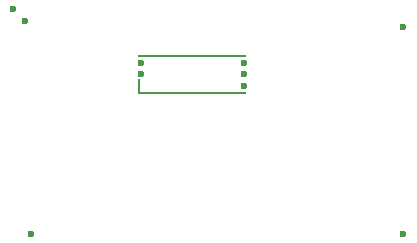
<source format=gbr>
%TF.GenerationSoftware,KiCad,Pcbnew,8.0.9*%
%TF.CreationDate,2025-11-28T12:00:55-05:00*%
%TF.ProjectId,greenenergyecu,67726565-6e65-46e6-9572-67796563752e,rev?*%
%TF.SameCoordinates,Original*%
%TF.FileFunction,Copper,L1,Top*%
%TF.FilePolarity,Positive*%
%FSLAX46Y46*%
G04 Gerber Fmt 4.6, Leading zero omitted, Abs format (unit mm)*
G04 Created by KiCad (PCBNEW 8.0.9) date 2025-11-28 12:00:55*
%MOMM*%
%LPD*%
G01*
G04 APERTURE LIST*
%TA.AperFunction,ComponentPad*%
%ADD10C,0.600000*%
%TD*%
%TA.AperFunction,SMDPad,CuDef*%
%ADD11O,0.200000X1.225000*%
%TD*%
%TA.AperFunction,SMDPad,CuDef*%
%ADD12O,9.300000X0.200000*%
%TD*%
%TA.AperFunction,ViaPad*%
%ADD13C,0.600000*%
%TD*%
G04 APERTURE END LIST*
D10*
%TO.P,M2,E1,V5A*%
%TO.N,unconnected-(M2-V5A-PadE1)*%
X19500000Y-4600002D03*
D11*
%TO.P,M2,E2,GND*%
%TO.N,unconnected-(M2-GND-PadE2)*%
X10600000Y-6575002D03*
D10*
X19500000Y-5550002D03*
D12*
X15150000Y-4000002D03*
X15150000Y-7100002D03*
D10*
%TO.P,M2,E3,OUT_KNOCK*%
%TO.N,unconnected-(M2-OUT_KNOCK-PadE3)*%
X19500000Y-6500000D03*
%TO.P,M2,W1,IN_KNOCK*%
%TO.N,unconnected-(M2-IN_KNOCK-PadW1)*%
X10800000Y-5500002D03*
%TO.P,M2,W2,VREF*%
%TO.N,unconnected-(M2-VREF-PadW2)*%
X10800000Y-4600002D03*
%TD*%
D13*
%TO.N,*%
X1000000Y-1040000D03*
X0Y-40000D03*
X1500000Y-19040000D03*
X33000000Y-19040000D03*
X33000000Y-1540000D03*
%TD*%
M02*

</source>
